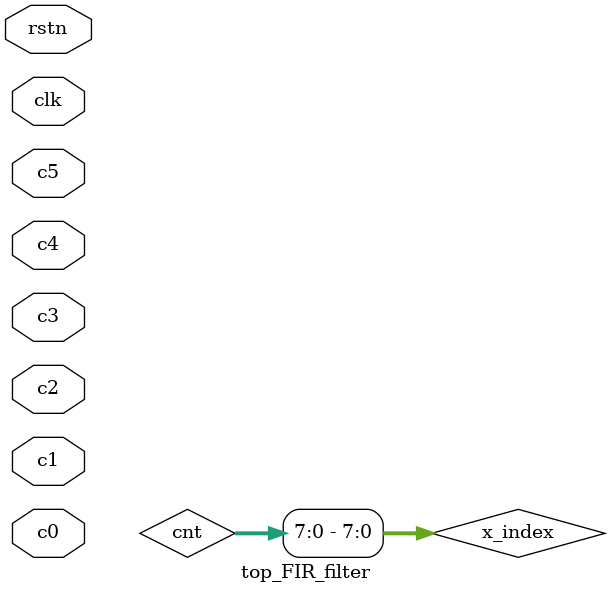
<source format=v>
module top_FIR_filter (clk, rstn, c0, c1, c2, c3, c4, c5);

    localparam C_SIZE = 14;   // (14, 13)
    localparam X_SIZE = 16;   // (16, 14)
    localparam ADD_SIZE = 24; // (24, 22)
    localparam Y_SIZE = 26;   // (26, 22)
    localparam INDEX_SIZE = 8;

    input clk, rstn;
    input [C_SIZE-1:0] c0,c1,c2,c3,c4,c5;

    localparam COUNTER_SIZE = 10;
    reg [COUNTER_SIZE-1:0] cnt;

    integer i = 0;

    always @ (posedge clk) begin
        if(!rstn) begin
            cnt <= 10'b0;
        end
        else begin
            cnt <= i;
            i <= i + 1;
        end
    end

    reg NCE_inp, NWRT_inp;
    reg NCE_out, NWRT_out;

    always @ (posedge clk) begin
        if(!rstn) begin
            NCE_inp <= 1'b1;
            NCE_out <= 1'b1;
            NWRT_inp <= 1'b1;
            NWRT_out <= 1'b1;
        end
        else begin
            NCE_inp <= 1'b0; // input memory on
            NCE_out <= 1'b0; // output memory on -> NWRT만 counter에 맞게 조정
        end
    end

    // counter에 맞게 NWRT 설정
    always @ (posedge clk) begin
        if(cnt >= 10'd7) begin
            if(cnt <= 10'd257) begin
                NWRT_out <= 1'b0;
            end
            else begin
                NWRT_out <= 1'b1;
            end
        end
    end

    wire [X_SIZE-1:0] trash_input;
    wire [X_SIZE-1:0] DIRECT_input;
    //wire [X_SIZE-1:0] TRANS_input;
    wire [INDEX_SIZE-1:0] x_index;

    assign x_index = cnt[8-1:0];

    rflp256x16mx2 DIRECT_INPUT_MEM (.NWRT(NWRT_inp), .DIN(trash_input), .RA(x_index[8-1:2]), .CA(x_index[2-1:0]), .NCE(NCE_inp), .CLK(clk), .DO(DIRECT_input));
    //rflp256x16mx2 TRANS_INPUT_MEM (.NWRT(NWRT_inp), .DIN(trash_input), .RA(x_index[8-1:2]), .CA(x_index[2-1:0]), .NCE(NCE_inp), .CLK(clk), .DO(TRANS_input));

    wire [Y_SIZE-1:0] direct_out;
    //wire [Y_SIZE-1:0] trans_out;
    direct_FIR DIR_FIR(.out(direct_out), .inp(DIRECT_input), .c0(c0), .c1(c1), .c2(c2), .c3(c3), .c4(c4), .c5(c5), .cnt(cnt), .clk(clk), .rstn(rstn));
    //direct_FIR_2 DIR_FIR_2(.out(trans_out), .inp(DIRECT_input), .c0(c0), .c1(c1), .c2(c2), .c3(c3), .c4(c4), .c5(c5), .cnt(cnt), .clk(clk), .rstn(rstn));

    wire [INDEX_SIZE-1:0] out_index;
    assign out_index = cnt - 264;
    wire [Y_SIZE-1:0] trash_output;

    rflp256x26mx2 DIRECT_OUTPUT_MEM (.NWRT(NWRT_out), .DIN(direct_out), .RA(out_index[8-1:2]), .CA(out_index[2-1:0]), .NCE(NCE_out), .CLK(clk), .DO(trash_output));
    //rflp256x26mx2 TRANS_OUTPUT_MEM (.NWRT(NWRT_out), .DIN(trans_out), .RA(out_index[8-1:2]), .CA(out_index[2-1:0]), .NCE(NCE_out), .CLK(clk), .DO(trash_output));

endmodule
</source>
